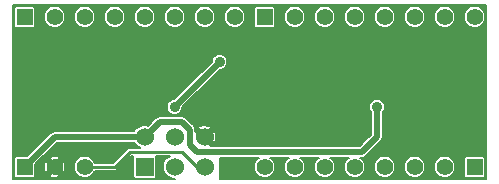
<source format=gbl>
G04 (created by PCBNEW (2013-june-11)-stable) date Sun 26 Jan 2014 09:58:44 PM PST*
%MOIN*%
G04 Gerber Fmt 3.4, Leading zero omitted, Abs format*
%FSLAX34Y34*%
G01*
G70*
G90*
G04 APERTURE LIST*
%ADD10C,0.00590551*%
%ADD11C,0.02*%
%ADD12R,0.055X0.055*%
%ADD13C,0.055*%
%ADD14R,0.06X0.06*%
%ADD15C,0.06*%
%ADD16C,0.035*%
%ADD17C,0.02*%
%ADD18C,0.01*%
%ADD19C,0.006*%
G04 APERTURE END LIST*
G54D10*
G54D11*
X109600Y-45750D03*
X108800Y-47100D03*
X107300Y-47050D03*
X107050Y-46750D03*
X106800Y-46500D03*
X108100Y-47200D03*
X108350Y-45100D03*
X109450Y-45400D03*
X109550Y-46150D03*
X109200Y-45150D03*
X108400Y-46950D03*
X107700Y-47200D03*
X109150Y-46900D03*
X109450Y-46600D03*
X106700Y-45350D03*
X107650Y-45300D03*
X107300Y-45450D03*
X106950Y-45600D03*
X106350Y-45150D03*
X108900Y-44950D03*
X108000Y-45150D03*
G54D12*
X109500Y-49000D03*
G54D13*
X108500Y-49000D03*
X107500Y-49000D03*
X106500Y-49000D03*
X105500Y-49000D03*
X104500Y-49000D03*
X103500Y-49000D03*
X102500Y-49000D03*
G54D12*
X94500Y-44000D03*
G54D13*
X95500Y-44000D03*
X96500Y-44000D03*
X97500Y-44000D03*
X98500Y-44000D03*
X99500Y-44000D03*
X100500Y-44000D03*
X101500Y-44000D03*
G54D12*
X102500Y-44000D03*
G54D13*
X103500Y-44000D03*
X104500Y-44000D03*
X105500Y-44000D03*
X106500Y-44000D03*
X107500Y-44000D03*
X108500Y-44000D03*
X109500Y-44000D03*
G54D12*
X94500Y-49000D03*
G54D13*
X95500Y-49000D03*
X96500Y-49000D03*
G54D14*
X98500Y-49000D03*
G54D15*
X98500Y-48000D03*
X99500Y-49000D03*
X99500Y-48000D03*
X100500Y-49000D03*
X100500Y-48000D03*
G54D11*
X105950Y-45150D03*
G54D16*
X101000Y-45500D03*
X99500Y-47000D03*
X106250Y-47000D03*
G54D17*
X99500Y-47000D02*
X101000Y-45500D01*
G54D18*
X96500Y-49000D02*
X97500Y-49000D01*
X100250Y-49000D02*
X100500Y-49000D01*
X99750Y-48500D02*
X100250Y-49000D01*
X98000Y-48500D02*
X99750Y-48500D01*
X97500Y-49000D02*
X98000Y-48500D01*
G54D17*
X98500Y-48000D02*
X99000Y-47500D01*
X106250Y-48000D02*
X106250Y-47000D01*
X105750Y-48500D02*
X106250Y-48000D01*
X104750Y-48500D02*
X105750Y-48500D01*
X101000Y-48500D02*
X104750Y-48500D01*
X100250Y-48500D02*
X101000Y-48500D01*
X100000Y-48250D02*
X100250Y-48500D01*
X100000Y-47750D02*
X100000Y-48250D01*
X99750Y-47500D02*
X100000Y-47750D01*
X99000Y-47500D02*
X99750Y-47500D01*
X94500Y-49000D02*
X95500Y-48000D01*
X95500Y-48000D02*
X98500Y-48000D01*
G54D10*
G36*
X109890Y-49390D02*
X109865Y-49390D01*
X109865Y-49266D01*
X109865Y-48821D01*
X109865Y-43964D01*
X109851Y-43893D01*
X109823Y-43827D01*
X109784Y-43768D01*
X109733Y-43717D01*
X109674Y-43677D01*
X109608Y-43649D01*
X109538Y-43635D01*
X109466Y-43634D01*
X109396Y-43648D01*
X109330Y-43674D01*
X109270Y-43714D01*
X109219Y-43764D01*
X109178Y-43823D01*
X109150Y-43889D01*
X109135Y-43959D01*
X109134Y-44030D01*
X109147Y-44101D01*
X109173Y-44167D01*
X109212Y-44227D01*
X109262Y-44279D01*
X109321Y-44320D01*
X109386Y-44348D01*
X109456Y-44364D01*
X109528Y-44365D01*
X109598Y-44353D01*
X109665Y-44327D01*
X109725Y-44289D01*
X109777Y-44239D01*
X109818Y-44181D01*
X109848Y-44115D01*
X109863Y-44045D01*
X109865Y-43964D01*
X109865Y-48821D01*
X109865Y-48716D01*
X109861Y-48698D01*
X109854Y-48682D01*
X109845Y-48667D01*
X109832Y-48655D01*
X109818Y-48645D01*
X109801Y-48638D01*
X109784Y-48635D01*
X109766Y-48634D01*
X109216Y-48634D01*
X109198Y-48638D01*
X109182Y-48645D01*
X109167Y-48654D01*
X109155Y-48667D01*
X109145Y-48681D01*
X109138Y-48698D01*
X109135Y-48715D01*
X109134Y-48733D01*
X109134Y-49283D01*
X109138Y-49301D01*
X109145Y-49317D01*
X109154Y-49332D01*
X109167Y-49344D01*
X109181Y-49354D01*
X109198Y-49361D01*
X109215Y-49364D01*
X109233Y-49365D01*
X109783Y-49365D01*
X109801Y-49361D01*
X109817Y-49354D01*
X109832Y-49345D01*
X109844Y-49332D01*
X109854Y-49318D01*
X109861Y-49301D01*
X109864Y-49284D01*
X109865Y-49266D01*
X109865Y-49390D01*
X108865Y-49390D01*
X108865Y-48964D01*
X108865Y-43964D01*
X108851Y-43893D01*
X108823Y-43827D01*
X108784Y-43768D01*
X108733Y-43717D01*
X108674Y-43677D01*
X108608Y-43649D01*
X108538Y-43635D01*
X108466Y-43634D01*
X108396Y-43648D01*
X108330Y-43674D01*
X108270Y-43714D01*
X108219Y-43764D01*
X108178Y-43823D01*
X108150Y-43889D01*
X108135Y-43959D01*
X108134Y-44030D01*
X108147Y-44101D01*
X108173Y-44167D01*
X108212Y-44227D01*
X108262Y-44279D01*
X108321Y-44320D01*
X108386Y-44348D01*
X108456Y-44364D01*
X108528Y-44365D01*
X108598Y-44353D01*
X108665Y-44327D01*
X108725Y-44289D01*
X108777Y-44239D01*
X108818Y-44181D01*
X108848Y-44115D01*
X108863Y-44045D01*
X108865Y-43964D01*
X108865Y-48964D01*
X108851Y-48893D01*
X108823Y-48827D01*
X108784Y-48768D01*
X108733Y-48717D01*
X108674Y-48677D01*
X108608Y-48649D01*
X108538Y-48635D01*
X108466Y-48634D01*
X108396Y-48648D01*
X108330Y-48674D01*
X108270Y-48714D01*
X108219Y-48764D01*
X108178Y-48823D01*
X108150Y-48889D01*
X108135Y-48959D01*
X108134Y-49030D01*
X108147Y-49101D01*
X108173Y-49167D01*
X108212Y-49227D01*
X108262Y-49279D01*
X108321Y-49320D01*
X108386Y-49348D01*
X108456Y-49364D01*
X108528Y-49365D01*
X108598Y-49353D01*
X108665Y-49327D01*
X108725Y-49289D01*
X108777Y-49239D01*
X108818Y-49181D01*
X108848Y-49115D01*
X108863Y-49045D01*
X108865Y-48964D01*
X108865Y-49390D01*
X107865Y-49390D01*
X107865Y-48964D01*
X107865Y-43964D01*
X107851Y-43893D01*
X107823Y-43827D01*
X107784Y-43768D01*
X107733Y-43717D01*
X107674Y-43677D01*
X107608Y-43649D01*
X107538Y-43635D01*
X107466Y-43634D01*
X107396Y-43648D01*
X107330Y-43674D01*
X107270Y-43714D01*
X107219Y-43764D01*
X107178Y-43823D01*
X107150Y-43889D01*
X107135Y-43959D01*
X107134Y-44030D01*
X107147Y-44101D01*
X107173Y-44167D01*
X107212Y-44227D01*
X107262Y-44279D01*
X107321Y-44320D01*
X107386Y-44348D01*
X107456Y-44364D01*
X107528Y-44365D01*
X107598Y-44353D01*
X107665Y-44327D01*
X107725Y-44289D01*
X107777Y-44239D01*
X107818Y-44181D01*
X107848Y-44115D01*
X107863Y-44045D01*
X107865Y-43964D01*
X107865Y-48964D01*
X107851Y-48893D01*
X107823Y-48827D01*
X107784Y-48768D01*
X107733Y-48717D01*
X107674Y-48677D01*
X107608Y-48649D01*
X107538Y-48635D01*
X107466Y-48634D01*
X107396Y-48648D01*
X107330Y-48674D01*
X107270Y-48714D01*
X107219Y-48764D01*
X107178Y-48823D01*
X107150Y-48889D01*
X107135Y-48959D01*
X107134Y-49030D01*
X107147Y-49101D01*
X107173Y-49167D01*
X107212Y-49227D01*
X107262Y-49279D01*
X107321Y-49320D01*
X107386Y-49348D01*
X107456Y-49364D01*
X107528Y-49365D01*
X107598Y-49353D01*
X107665Y-49327D01*
X107725Y-49289D01*
X107777Y-49239D01*
X107818Y-49181D01*
X107848Y-49115D01*
X107863Y-49045D01*
X107865Y-48964D01*
X107865Y-49390D01*
X106865Y-49390D01*
X106865Y-48964D01*
X106865Y-43964D01*
X106851Y-43893D01*
X106823Y-43827D01*
X106784Y-43768D01*
X106733Y-43717D01*
X106674Y-43677D01*
X106608Y-43649D01*
X106538Y-43635D01*
X106466Y-43634D01*
X106396Y-43648D01*
X106330Y-43674D01*
X106270Y-43714D01*
X106219Y-43764D01*
X106178Y-43823D01*
X106150Y-43889D01*
X106135Y-43959D01*
X106134Y-44030D01*
X106147Y-44101D01*
X106173Y-44167D01*
X106212Y-44227D01*
X106262Y-44279D01*
X106321Y-44320D01*
X106386Y-44348D01*
X106456Y-44364D01*
X106528Y-44365D01*
X106598Y-44353D01*
X106665Y-44327D01*
X106725Y-44289D01*
X106777Y-44239D01*
X106818Y-44181D01*
X106848Y-44115D01*
X106863Y-44045D01*
X106865Y-43964D01*
X106865Y-48964D01*
X106851Y-48893D01*
X106823Y-48827D01*
X106784Y-48768D01*
X106733Y-48717D01*
X106674Y-48677D01*
X106608Y-48649D01*
X106538Y-48635D01*
X106466Y-48634D01*
X106396Y-48648D01*
X106330Y-48674D01*
X106270Y-48714D01*
X106219Y-48764D01*
X106178Y-48823D01*
X106150Y-48889D01*
X106135Y-48959D01*
X106134Y-49030D01*
X106147Y-49101D01*
X106173Y-49167D01*
X106212Y-49227D01*
X106262Y-49279D01*
X106321Y-49320D01*
X106386Y-49348D01*
X106456Y-49364D01*
X106528Y-49365D01*
X106598Y-49353D01*
X106665Y-49327D01*
X106725Y-49289D01*
X106777Y-49239D01*
X106818Y-49181D01*
X106848Y-49115D01*
X106863Y-49045D01*
X106865Y-48964D01*
X106865Y-49390D01*
X101000Y-49390D01*
X101000Y-48690D01*
X102307Y-48690D01*
X102270Y-48714D01*
X102219Y-48764D01*
X102178Y-48823D01*
X102150Y-48889D01*
X102135Y-48959D01*
X102134Y-49030D01*
X102147Y-49101D01*
X102173Y-49167D01*
X102212Y-49227D01*
X102262Y-49279D01*
X102321Y-49320D01*
X102386Y-49348D01*
X102456Y-49364D01*
X102528Y-49365D01*
X102598Y-49353D01*
X102665Y-49327D01*
X102725Y-49289D01*
X102777Y-49239D01*
X102818Y-49181D01*
X102848Y-49115D01*
X102863Y-49045D01*
X102865Y-48964D01*
X102851Y-48893D01*
X102823Y-48827D01*
X102784Y-48768D01*
X102733Y-48717D01*
X102693Y-48690D01*
X103307Y-48690D01*
X103270Y-48714D01*
X103219Y-48764D01*
X103178Y-48823D01*
X103150Y-48889D01*
X103135Y-48959D01*
X103134Y-49030D01*
X103147Y-49101D01*
X103173Y-49167D01*
X103212Y-49227D01*
X103262Y-49279D01*
X103321Y-49320D01*
X103386Y-49348D01*
X103456Y-49364D01*
X103528Y-49365D01*
X103598Y-49353D01*
X103665Y-49327D01*
X103725Y-49289D01*
X103777Y-49239D01*
X103818Y-49181D01*
X103848Y-49115D01*
X103863Y-49045D01*
X103865Y-48964D01*
X103851Y-48893D01*
X103823Y-48827D01*
X103784Y-48768D01*
X103733Y-48717D01*
X103693Y-48690D01*
X104307Y-48690D01*
X104270Y-48714D01*
X104219Y-48764D01*
X104178Y-48823D01*
X104150Y-48889D01*
X104135Y-48959D01*
X104134Y-49030D01*
X104147Y-49101D01*
X104173Y-49167D01*
X104212Y-49227D01*
X104262Y-49279D01*
X104321Y-49320D01*
X104386Y-49348D01*
X104456Y-49364D01*
X104528Y-49365D01*
X104598Y-49353D01*
X104665Y-49327D01*
X104725Y-49289D01*
X104777Y-49239D01*
X104818Y-49181D01*
X104848Y-49115D01*
X104863Y-49045D01*
X104865Y-48964D01*
X104851Y-48893D01*
X104823Y-48827D01*
X104784Y-48768D01*
X104733Y-48717D01*
X104693Y-48690D01*
X104750Y-48690D01*
X105307Y-48690D01*
X105270Y-48714D01*
X105219Y-48764D01*
X105178Y-48823D01*
X105150Y-48889D01*
X105135Y-48959D01*
X105134Y-49030D01*
X105147Y-49101D01*
X105173Y-49167D01*
X105212Y-49227D01*
X105262Y-49279D01*
X105321Y-49320D01*
X105386Y-49348D01*
X105456Y-49364D01*
X105528Y-49365D01*
X105598Y-49353D01*
X105665Y-49327D01*
X105725Y-49289D01*
X105777Y-49239D01*
X105818Y-49181D01*
X105848Y-49115D01*
X105863Y-49045D01*
X105865Y-48964D01*
X105851Y-48893D01*
X105823Y-48827D01*
X105784Y-48768D01*
X105733Y-48717D01*
X105693Y-48690D01*
X105750Y-48690D01*
X105767Y-48688D01*
X105784Y-48686D01*
X105785Y-48686D01*
X105786Y-48686D01*
X105803Y-48681D01*
X105820Y-48676D01*
X105821Y-48675D01*
X105822Y-48675D01*
X105837Y-48667D01*
X105853Y-48659D01*
X105854Y-48658D01*
X105855Y-48658D01*
X105868Y-48647D01*
X105882Y-48636D01*
X105883Y-48634D01*
X105883Y-48634D01*
X105883Y-48634D01*
X105884Y-48634D01*
X106384Y-48134D01*
X106395Y-48120D01*
X106406Y-48107D01*
X106407Y-48106D01*
X106407Y-48105D01*
X106416Y-48090D01*
X106424Y-48074D01*
X106424Y-48073D01*
X106425Y-48073D01*
X106430Y-48056D01*
X106435Y-48039D01*
X106435Y-48038D01*
X106436Y-48037D01*
X106438Y-48020D01*
X106439Y-48002D01*
X106439Y-48000D01*
X106439Y-48000D01*
X106439Y-48000D01*
X106440Y-48000D01*
X106440Y-47185D01*
X106451Y-47173D01*
X106481Y-47131D01*
X106502Y-47084D01*
X106514Y-47033D01*
X106515Y-46974D01*
X106504Y-46923D01*
X106485Y-46874D01*
X106456Y-46831D01*
X106419Y-46794D01*
X106376Y-46765D01*
X106328Y-46745D01*
X106277Y-46735D01*
X106225Y-46734D01*
X106174Y-46744D01*
X106126Y-46764D01*
X106083Y-46792D01*
X106046Y-46828D01*
X106016Y-46871D01*
X105996Y-46919D01*
X105985Y-46970D01*
X105984Y-47022D01*
X105994Y-47073D01*
X106013Y-47121D01*
X106041Y-47165D01*
X106060Y-47184D01*
X106060Y-47921D01*
X105865Y-48116D01*
X105865Y-43964D01*
X105851Y-43893D01*
X105823Y-43827D01*
X105784Y-43768D01*
X105733Y-43717D01*
X105674Y-43677D01*
X105608Y-43649D01*
X105538Y-43635D01*
X105466Y-43634D01*
X105396Y-43648D01*
X105330Y-43674D01*
X105270Y-43714D01*
X105219Y-43764D01*
X105178Y-43823D01*
X105150Y-43889D01*
X105135Y-43959D01*
X105134Y-44030D01*
X105147Y-44101D01*
X105173Y-44167D01*
X105212Y-44227D01*
X105262Y-44279D01*
X105321Y-44320D01*
X105386Y-44348D01*
X105456Y-44364D01*
X105528Y-44365D01*
X105598Y-44353D01*
X105665Y-44327D01*
X105725Y-44289D01*
X105777Y-44239D01*
X105818Y-44181D01*
X105848Y-44115D01*
X105863Y-44045D01*
X105865Y-43964D01*
X105865Y-48116D01*
X105671Y-48310D01*
X104865Y-48310D01*
X104865Y-43964D01*
X104851Y-43893D01*
X104823Y-43827D01*
X104784Y-43768D01*
X104733Y-43717D01*
X104674Y-43677D01*
X104608Y-43649D01*
X104538Y-43635D01*
X104466Y-43634D01*
X104396Y-43648D01*
X104330Y-43674D01*
X104270Y-43714D01*
X104219Y-43764D01*
X104178Y-43823D01*
X104150Y-43889D01*
X104135Y-43959D01*
X104134Y-44030D01*
X104147Y-44101D01*
X104173Y-44167D01*
X104212Y-44227D01*
X104262Y-44279D01*
X104321Y-44320D01*
X104386Y-44348D01*
X104456Y-44364D01*
X104528Y-44365D01*
X104598Y-44353D01*
X104665Y-44327D01*
X104725Y-44289D01*
X104777Y-44239D01*
X104818Y-44181D01*
X104848Y-44115D01*
X104863Y-44045D01*
X104865Y-43964D01*
X104865Y-48310D01*
X104750Y-48310D01*
X103865Y-48310D01*
X103865Y-43964D01*
X103851Y-43893D01*
X103823Y-43827D01*
X103784Y-43768D01*
X103733Y-43717D01*
X103674Y-43677D01*
X103608Y-43649D01*
X103538Y-43635D01*
X103466Y-43634D01*
X103396Y-43648D01*
X103330Y-43674D01*
X103270Y-43714D01*
X103219Y-43764D01*
X103178Y-43823D01*
X103150Y-43889D01*
X103135Y-43959D01*
X103134Y-44030D01*
X103147Y-44101D01*
X103173Y-44167D01*
X103212Y-44227D01*
X103262Y-44279D01*
X103321Y-44320D01*
X103386Y-44348D01*
X103456Y-44364D01*
X103528Y-44365D01*
X103598Y-44353D01*
X103665Y-44327D01*
X103725Y-44289D01*
X103777Y-44239D01*
X103818Y-44181D01*
X103848Y-44115D01*
X103863Y-44045D01*
X103865Y-43964D01*
X103865Y-48310D01*
X102865Y-48310D01*
X102865Y-44266D01*
X102865Y-43716D01*
X102861Y-43698D01*
X102854Y-43682D01*
X102845Y-43667D01*
X102832Y-43655D01*
X102818Y-43645D01*
X102801Y-43638D01*
X102784Y-43635D01*
X102766Y-43634D01*
X102216Y-43634D01*
X102198Y-43638D01*
X102182Y-43645D01*
X102167Y-43654D01*
X102155Y-43667D01*
X102145Y-43681D01*
X102138Y-43698D01*
X102135Y-43715D01*
X102134Y-43733D01*
X102134Y-44283D01*
X102138Y-44301D01*
X102145Y-44317D01*
X102154Y-44332D01*
X102167Y-44344D01*
X102181Y-44354D01*
X102198Y-44361D01*
X102215Y-44364D01*
X102233Y-44365D01*
X102783Y-44365D01*
X102801Y-44361D01*
X102817Y-44354D01*
X102832Y-44345D01*
X102844Y-44332D01*
X102854Y-44318D01*
X102861Y-44301D01*
X102864Y-44284D01*
X102865Y-44266D01*
X102865Y-48310D01*
X101865Y-48310D01*
X101865Y-43964D01*
X101851Y-43893D01*
X101823Y-43827D01*
X101784Y-43768D01*
X101733Y-43717D01*
X101674Y-43677D01*
X101608Y-43649D01*
X101538Y-43635D01*
X101466Y-43634D01*
X101396Y-43648D01*
X101330Y-43674D01*
X101270Y-43714D01*
X101219Y-43764D01*
X101178Y-43823D01*
X101150Y-43889D01*
X101135Y-43959D01*
X101134Y-44030D01*
X101147Y-44101D01*
X101173Y-44167D01*
X101212Y-44227D01*
X101262Y-44279D01*
X101321Y-44320D01*
X101386Y-44348D01*
X101456Y-44364D01*
X101528Y-44365D01*
X101598Y-44353D01*
X101665Y-44327D01*
X101725Y-44289D01*
X101777Y-44239D01*
X101818Y-44181D01*
X101848Y-44115D01*
X101863Y-44045D01*
X101865Y-43964D01*
X101865Y-48310D01*
X101265Y-48310D01*
X101265Y-45474D01*
X101254Y-45423D01*
X101235Y-45374D01*
X101206Y-45331D01*
X101169Y-45294D01*
X101126Y-45265D01*
X101078Y-45245D01*
X101027Y-45235D01*
X100975Y-45234D01*
X100924Y-45244D01*
X100876Y-45264D01*
X100865Y-45271D01*
X100865Y-43964D01*
X100851Y-43893D01*
X100823Y-43827D01*
X100784Y-43768D01*
X100733Y-43717D01*
X100674Y-43677D01*
X100608Y-43649D01*
X100538Y-43635D01*
X100466Y-43634D01*
X100396Y-43648D01*
X100330Y-43674D01*
X100270Y-43714D01*
X100219Y-43764D01*
X100178Y-43823D01*
X100150Y-43889D01*
X100135Y-43959D01*
X100134Y-44030D01*
X100147Y-44101D01*
X100173Y-44167D01*
X100212Y-44227D01*
X100262Y-44279D01*
X100321Y-44320D01*
X100386Y-44348D01*
X100456Y-44364D01*
X100528Y-44365D01*
X100598Y-44353D01*
X100665Y-44327D01*
X100725Y-44289D01*
X100777Y-44239D01*
X100818Y-44181D01*
X100848Y-44115D01*
X100863Y-44045D01*
X100865Y-43964D01*
X100865Y-45271D01*
X100833Y-45292D01*
X100796Y-45328D01*
X100766Y-45371D01*
X100746Y-45419D01*
X100735Y-45470D01*
X100735Y-45496D01*
X99865Y-46366D01*
X99865Y-43964D01*
X99851Y-43893D01*
X99823Y-43827D01*
X99784Y-43768D01*
X99733Y-43717D01*
X99674Y-43677D01*
X99608Y-43649D01*
X99538Y-43635D01*
X99466Y-43634D01*
X99396Y-43648D01*
X99330Y-43674D01*
X99270Y-43714D01*
X99219Y-43764D01*
X99178Y-43823D01*
X99150Y-43889D01*
X99135Y-43959D01*
X99134Y-44030D01*
X99147Y-44101D01*
X99173Y-44167D01*
X99212Y-44227D01*
X99262Y-44279D01*
X99321Y-44320D01*
X99386Y-44348D01*
X99456Y-44364D01*
X99528Y-44365D01*
X99598Y-44353D01*
X99665Y-44327D01*
X99725Y-44289D01*
X99777Y-44239D01*
X99818Y-44181D01*
X99848Y-44115D01*
X99863Y-44045D01*
X99865Y-43964D01*
X99865Y-46366D01*
X99496Y-46734D01*
X99475Y-46734D01*
X99424Y-46744D01*
X99376Y-46764D01*
X99333Y-46792D01*
X99296Y-46828D01*
X99266Y-46871D01*
X99246Y-46919D01*
X99235Y-46970D01*
X99234Y-47022D01*
X99244Y-47073D01*
X99263Y-47121D01*
X99291Y-47165D01*
X99327Y-47202D01*
X99370Y-47232D01*
X99417Y-47253D01*
X99468Y-47264D01*
X99520Y-47265D01*
X99571Y-47256D01*
X99620Y-47237D01*
X99663Y-47209D01*
X99701Y-47173D01*
X99731Y-47131D01*
X99752Y-47084D01*
X99764Y-47033D01*
X99764Y-47004D01*
X101003Y-45765D01*
X101020Y-45765D01*
X101071Y-45756D01*
X101120Y-45737D01*
X101163Y-45709D01*
X101201Y-45673D01*
X101231Y-45631D01*
X101252Y-45584D01*
X101264Y-45533D01*
X101265Y-45474D01*
X101265Y-48310D01*
X101000Y-48310D01*
X101000Y-47500D01*
X100018Y-47500D01*
X99884Y-47365D01*
X99870Y-47354D01*
X99857Y-47343D01*
X99856Y-47342D01*
X99855Y-47342D01*
X99840Y-47333D01*
X99824Y-47325D01*
X99823Y-47325D01*
X99823Y-47324D01*
X99806Y-47319D01*
X99789Y-47314D01*
X99788Y-47314D01*
X99787Y-47313D01*
X99770Y-47311D01*
X99752Y-47310D01*
X99750Y-47310D01*
X99750Y-47310D01*
X99750Y-47310D01*
X99750Y-47310D01*
X99000Y-47310D01*
X98982Y-47311D01*
X98965Y-47313D01*
X98964Y-47313D01*
X98963Y-47313D01*
X98946Y-47318D01*
X98929Y-47323D01*
X98928Y-47324D01*
X98927Y-47324D01*
X98912Y-47332D01*
X98896Y-47340D01*
X98895Y-47341D01*
X98894Y-47341D01*
X98881Y-47352D01*
X98867Y-47363D01*
X98866Y-47365D01*
X98866Y-47365D01*
X98866Y-47365D01*
X98865Y-47365D01*
X98865Y-47366D01*
X98865Y-43964D01*
X98851Y-43893D01*
X98823Y-43827D01*
X98784Y-43768D01*
X98733Y-43717D01*
X98674Y-43677D01*
X98608Y-43649D01*
X98538Y-43635D01*
X98466Y-43634D01*
X98396Y-43648D01*
X98330Y-43674D01*
X98270Y-43714D01*
X98219Y-43764D01*
X98178Y-43823D01*
X98150Y-43889D01*
X98135Y-43959D01*
X98134Y-44030D01*
X98147Y-44101D01*
X98173Y-44167D01*
X98212Y-44227D01*
X98262Y-44279D01*
X98321Y-44320D01*
X98386Y-44348D01*
X98456Y-44364D01*
X98528Y-44365D01*
X98598Y-44353D01*
X98665Y-44327D01*
X98725Y-44289D01*
X98777Y-44239D01*
X98818Y-44181D01*
X98848Y-44115D01*
X98863Y-44045D01*
X98865Y-43964D01*
X98865Y-47366D01*
X98731Y-47500D01*
X97865Y-47500D01*
X97865Y-43964D01*
X97851Y-43893D01*
X97823Y-43827D01*
X97784Y-43768D01*
X97733Y-43717D01*
X97674Y-43677D01*
X97608Y-43649D01*
X97538Y-43635D01*
X97466Y-43634D01*
X97396Y-43648D01*
X97330Y-43674D01*
X97270Y-43714D01*
X97219Y-43764D01*
X97178Y-43823D01*
X97150Y-43889D01*
X97135Y-43959D01*
X97134Y-44030D01*
X97147Y-44101D01*
X97173Y-44167D01*
X97212Y-44227D01*
X97262Y-44279D01*
X97321Y-44320D01*
X97386Y-44348D01*
X97456Y-44364D01*
X97528Y-44365D01*
X97598Y-44353D01*
X97665Y-44327D01*
X97725Y-44289D01*
X97777Y-44239D01*
X97818Y-44181D01*
X97848Y-44115D01*
X97863Y-44045D01*
X97865Y-43964D01*
X97865Y-47500D01*
X96865Y-47500D01*
X96865Y-43964D01*
X96851Y-43893D01*
X96823Y-43827D01*
X96784Y-43768D01*
X96733Y-43717D01*
X96674Y-43677D01*
X96608Y-43649D01*
X96538Y-43635D01*
X96466Y-43634D01*
X96396Y-43648D01*
X96330Y-43674D01*
X96270Y-43714D01*
X96219Y-43764D01*
X96178Y-43823D01*
X96150Y-43889D01*
X96135Y-43959D01*
X96134Y-44030D01*
X96147Y-44101D01*
X96173Y-44167D01*
X96212Y-44227D01*
X96262Y-44279D01*
X96321Y-44320D01*
X96386Y-44348D01*
X96456Y-44364D01*
X96528Y-44365D01*
X96598Y-44353D01*
X96665Y-44327D01*
X96725Y-44289D01*
X96777Y-44239D01*
X96818Y-44181D01*
X96848Y-44115D01*
X96863Y-44045D01*
X96865Y-43964D01*
X96865Y-47500D01*
X95865Y-47500D01*
X95865Y-43964D01*
X95851Y-43893D01*
X95823Y-43827D01*
X95784Y-43768D01*
X95733Y-43717D01*
X95674Y-43677D01*
X95608Y-43649D01*
X95538Y-43635D01*
X95466Y-43634D01*
X95396Y-43648D01*
X95330Y-43674D01*
X95270Y-43714D01*
X95219Y-43764D01*
X95178Y-43823D01*
X95150Y-43889D01*
X95135Y-43959D01*
X95134Y-44030D01*
X95147Y-44101D01*
X95173Y-44167D01*
X95212Y-44227D01*
X95262Y-44279D01*
X95321Y-44320D01*
X95386Y-44348D01*
X95456Y-44364D01*
X95528Y-44365D01*
X95598Y-44353D01*
X95665Y-44327D01*
X95725Y-44289D01*
X95777Y-44239D01*
X95818Y-44181D01*
X95848Y-44115D01*
X95863Y-44045D01*
X95865Y-43964D01*
X95865Y-47500D01*
X94865Y-47500D01*
X94865Y-44266D01*
X94865Y-43716D01*
X94861Y-43698D01*
X94854Y-43682D01*
X94845Y-43667D01*
X94832Y-43655D01*
X94818Y-43645D01*
X94801Y-43638D01*
X94784Y-43635D01*
X94766Y-43634D01*
X94216Y-43634D01*
X94198Y-43638D01*
X94182Y-43645D01*
X94167Y-43654D01*
X94155Y-43667D01*
X94145Y-43681D01*
X94138Y-43698D01*
X94135Y-43715D01*
X94134Y-43733D01*
X94134Y-44283D01*
X94138Y-44301D01*
X94145Y-44317D01*
X94154Y-44332D01*
X94167Y-44344D01*
X94181Y-44354D01*
X94198Y-44361D01*
X94215Y-44364D01*
X94233Y-44365D01*
X94783Y-44365D01*
X94801Y-44361D01*
X94817Y-44354D01*
X94832Y-44345D01*
X94844Y-44332D01*
X94854Y-44318D01*
X94861Y-44301D01*
X94864Y-44284D01*
X94865Y-44266D01*
X94865Y-47500D01*
X94109Y-47500D01*
X94109Y-43609D01*
X109890Y-43609D01*
X109890Y-49390D01*
X109890Y-49390D01*
G37*
G54D19*
X109890Y-49390D02*
X109865Y-49390D01*
X109865Y-49266D01*
X109865Y-48821D01*
X109865Y-43964D01*
X109851Y-43893D01*
X109823Y-43827D01*
X109784Y-43768D01*
X109733Y-43717D01*
X109674Y-43677D01*
X109608Y-43649D01*
X109538Y-43635D01*
X109466Y-43634D01*
X109396Y-43648D01*
X109330Y-43674D01*
X109270Y-43714D01*
X109219Y-43764D01*
X109178Y-43823D01*
X109150Y-43889D01*
X109135Y-43959D01*
X109134Y-44030D01*
X109147Y-44101D01*
X109173Y-44167D01*
X109212Y-44227D01*
X109262Y-44279D01*
X109321Y-44320D01*
X109386Y-44348D01*
X109456Y-44364D01*
X109528Y-44365D01*
X109598Y-44353D01*
X109665Y-44327D01*
X109725Y-44289D01*
X109777Y-44239D01*
X109818Y-44181D01*
X109848Y-44115D01*
X109863Y-44045D01*
X109865Y-43964D01*
X109865Y-48821D01*
X109865Y-48716D01*
X109861Y-48698D01*
X109854Y-48682D01*
X109845Y-48667D01*
X109832Y-48655D01*
X109818Y-48645D01*
X109801Y-48638D01*
X109784Y-48635D01*
X109766Y-48634D01*
X109216Y-48634D01*
X109198Y-48638D01*
X109182Y-48645D01*
X109167Y-48654D01*
X109155Y-48667D01*
X109145Y-48681D01*
X109138Y-48698D01*
X109135Y-48715D01*
X109134Y-48733D01*
X109134Y-49283D01*
X109138Y-49301D01*
X109145Y-49317D01*
X109154Y-49332D01*
X109167Y-49344D01*
X109181Y-49354D01*
X109198Y-49361D01*
X109215Y-49364D01*
X109233Y-49365D01*
X109783Y-49365D01*
X109801Y-49361D01*
X109817Y-49354D01*
X109832Y-49345D01*
X109844Y-49332D01*
X109854Y-49318D01*
X109861Y-49301D01*
X109864Y-49284D01*
X109865Y-49266D01*
X109865Y-49390D01*
X108865Y-49390D01*
X108865Y-48964D01*
X108865Y-43964D01*
X108851Y-43893D01*
X108823Y-43827D01*
X108784Y-43768D01*
X108733Y-43717D01*
X108674Y-43677D01*
X108608Y-43649D01*
X108538Y-43635D01*
X108466Y-43634D01*
X108396Y-43648D01*
X108330Y-43674D01*
X108270Y-43714D01*
X108219Y-43764D01*
X108178Y-43823D01*
X108150Y-43889D01*
X108135Y-43959D01*
X108134Y-44030D01*
X108147Y-44101D01*
X108173Y-44167D01*
X108212Y-44227D01*
X108262Y-44279D01*
X108321Y-44320D01*
X108386Y-44348D01*
X108456Y-44364D01*
X108528Y-44365D01*
X108598Y-44353D01*
X108665Y-44327D01*
X108725Y-44289D01*
X108777Y-44239D01*
X108818Y-44181D01*
X108848Y-44115D01*
X108863Y-44045D01*
X108865Y-43964D01*
X108865Y-48964D01*
X108851Y-48893D01*
X108823Y-48827D01*
X108784Y-48768D01*
X108733Y-48717D01*
X108674Y-48677D01*
X108608Y-48649D01*
X108538Y-48635D01*
X108466Y-48634D01*
X108396Y-48648D01*
X108330Y-48674D01*
X108270Y-48714D01*
X108219Y-48764D01*
X108178Y-48823D01*
X108150Y-48889D01*
X108135Y-48959D01*
X108134Y-49030D01*
X108147Y-49101D01*
X108173Y-49167D01*
X108212Y-49227D01*
X108262Y-49279D01*
X108321Y-49320D01*
X108386Y-49348D01*
X108456Y-49364D01*
X108528Y-49365D01*
X108598Y-49353D01*
X108665Y-49327D01*
X108725Y-49289D01*
X108777Y-49239D01*
X108818Y-49181D01*
X108848Y-49115D01*
X108863Y-49045D01*
X108865Y-48964D01*
X108865Y-49390D01*
X107865Y-49390D01*
X107865Y-48964D01*
X107865Y-43964D01*
X107851Y-43893D01*
X107823Y-43827D01*
X107784Y-43768D01*
X107733Y-43717D01*
X107674Y-43677D01*
X107608Y-43649D01*
X107538Y-43635D01*
X107466Y-43634D01*
X107396Y-43648D01*
X107330Y-43674D01*
X107270Y-43714D01*
X107219Y-43764D01*
X107178Y-43823D01*
X107150Y-43889D01*
X107135Y-43959D01*
X107134Y-44030D01*
X107147Y-44101D01*
X107173Y-44167D01*
X107212Y-44227D01*
X107262Y-44279D01*
X107321Y-44320D01*
X107386Y-44348D01*
X107456Y-44364D01*
X107528Y-44365D01*
X107598Y-44353D01*
X107665Y-44327D01*
X107725Y-44289D01*
X107777Y-44239D01*
X107818Y-44181D01*
X107848Y-44115D01*
X107863Y-44045D01*
X107865Y-43964D01*
X107865Y-48964D01*
X107851Y-48893D01*
X107823Y-48827D01*
X107784Y-48768D01*
X107733Y-48717D01*
X107674Y-48677D01*
X107608Y-48649D01*
X107538Y-48635D01*
X107466Y-48634D01*
X107396Y-48648D01*
X107330Y-48674D01*
X107270Y-48714D01*
X107219Y-48764D01*
X107178Y-48823D01*
X107150Y-48889D01*
X107135Y-48959D01*
X107134Y-49030D01*
X107147Y-49101D01*
X107173Y-49167D01*
X107212Y-49227D01*
X107262Y-49279D01*
X107321Y-49320D01*
X107386Y-49348D01*
X107456Y-49364D01*
X107528Y-49365D01*
X107598Y-49353D01*
X107665Y-49327D01*
X107725Y-49289D01*
X107777Y-49239D01*
X107818Y-49181D01*
X107848Y-49115D01*
X107863Y-49045D01*
X107865Y-48964D01*
X107865Y-49390D01*
X106865Y-49390D01*
X106865Y-48964D01*
X106865Y-43964D01*
X106851Y-43893D01*
X106823Y-43827D01*
X106784Y-43768D01*
X106733Y-43717D01*
X106674Y-43677D01*
X106608Y-43649D01*
X106538Y-43635D01*
X106466Y-43634D01*
X106396Y-43648D01*
X106330Y-43674D01*
X106270Y-43714D01*
X106219Y-43764D01*
X106178Y-43823D01*
X106150Y-43889D01*
X106135Y-43959D01*
X106134Y-44030D01*
X106147Y-44101D01*
X106173Y-44167D01*
X106212Y-44227D01*
X106262Y-44279D01*
X106321Y-44320D01*
X106386Y-44348D01*
X106456Y-44364D01*
X106528Y-44365D01*
X106598Y-44353D01*
X106665Y-44327D01*
X106725Y-44289D01*
X106777Y-44239D01*
X106818Y-44181D01*
X106848Y-44115D01*
X106863Y-44045D01*
X106865Y-43964D01*
X106865Y-48964D01*
X106851Y-48893D01*
X106823Y-48827D01*
X106784Y-48768D01*
X106733Y-48717D01*
X106674Y-48677D01*
X106608Y-48649D01*
X106538Y-48635D01*
X106466Y-48634D01*
X106396Y-48648D01*
X106330Y-48674D01*
X106270Y-48714D01*
X106219Y-48764D01*
X106178Y-48823D01*
X106150Y-48889D01*
X106135Y-48959D01*
X106134Y-49030D01*
X106147Y-49101D01*
X106173Y-49167D01*
X106212Y-49227D01*
X106262Y-49279D01*
X106321Y-49320D01*
X106386Y-49348D01*
X106456Y-49364D01*
X106528Y-49365D01*
X106598Y-49353D01*
X106665Y-49327D01*
X106725Y-49289D01*
X106777Y-49239D01*
X106818Y-49181D01*
X106848Y-49115D01*
X106863Y-49045D01*
X106865Y-48964D01*
X106865Y-49390D01*
X101000Y-49390D01*
X101000Y-48690D01*
X102307Y-48690D01*
X102270Y-48714D01*
X102219Y-48764D01*
X102178Y-48823D01*
X102150Y-48889D01*
X102135Y-48959D01*
X102134Y-49030D01*
X102147Y-49101D01*
X102173Y-49167D01*
X102212Y-49227D01*
X102262Y-49279D01*
X102321Y-49320D01*
X102386Y-49348D01*
X102456Y-49364D01*
X102528Y-49365D01*
X102598Y-49353D01*
X102665Y-49327D01*
X102725Y-49289D01*
X102777Y-49239D01*
X102818Y-49181D01*
X102848Y-49115D01*
X102863Y-49045D01*
X102865Y-48964D01*
X102851Y-48893D01*
X102823Y-48827D01*
X102784Y-48768D01*
X102733Y-48717D01*
X102693Y-48690D01*
X103307Y-48690D01*
X103270Y-48714D01*
X103219Y-48764D01*
X103178Y-48823D01*
X103150Y-48889D01*
X103135Y-48959D01*
X103134Y-49030D01*
X103147Y-49101D01*
X103173Y-49167D01*
X103212Y-49227D01*
X103262Y-49279D01*
X103321Y-49320D01*
X103386Y-49348D01*
X103456Y-49364D01*
X103528Y-49365D01*
X103598Y-49353D01*
X103665Y-49327D01*
X103725Y-49289D01*
X103777Y-49239D01*
X103818Y-49181D01*
X103848Y-49115D01*
X103863Y-49045D01*
X103865Y-48964D01*
X103851Y-48893D01*
X103823Y-48827D01*
X103784Y-48768D01*
X103733Y-48717D01*
X103693Y-48690D01*
X104307Y-48690D01*
X104270Y-48714D01*
X104219Y-48764D01*
X104178Y-48823D01*
X104150Y-48889D01*
X104135Y-48959D01*
X104134Y-49030D01*
X104147Y-49101D01*
X104173Y-49167D01*
X104212Y-49227D01*
X104262Y-49279D01*
X104321Y-49320D01*
X104386Y-49348D01*
X104456Y-49364D01*
X104528Y-49365D01*
X104598Y-49353D01*
X104665Y-49327D01*
X104725Y-49289D01*
X104777Y-49239D01*
X104818Y-49181D01*
X104848Y-49115D01*
X104863Y-49045D01*
X104865Y-48964D01*
X104851Y-48893D01*
X104823Y-48827D01*
X104784Y-48768D01*
X104733Y-48717D01*
X104693Y-48690D01*
X104750Y-48690D01*
X105307Y-48690D01*
X105270Y-48714D01*
X105219Y-48764D01*
X105178Y-48823D01*
X105150Y-48889D01*
X105135Y-48959D01*
X105134Y-49030D01*
X105147Y-49101D01*
X105173Y-49167D01*
X105212Y-49227D01*
X105262Y-49279D01*
X105321Y-49320D01*
X105386Y-49348D01*
X105456Y-49364D01*
X105528Y-49365D01*
X105598Y-49353D01*
X105665Y-49327D01*
X105725Y-49289D01*
X105777Y-49239D01*
X105818Y-49181D01*
X105848Y-49115D01*
X105863Y-49045D01*
X105865Y-48964D01*
X105851Y-48893D01*
X105823Y-48827D01*
X105784Y-48768D01*
X105733Y-48717D01*
X105693Y-48690D01*
X105750Y-48690D01*
X105767Y-48688D01*
X105784Y-48686D01*
X105785Y-48686D01*
X105786Y-48686D01*
X105803Y-48681D01*
X105820Y-48676D01*
X105821Y-48675D01*
X105822Y-48675D01*
X105837Y-48667D01*
X105853Y-48659D01*
X105854Y-48658D01*
X105855Y-48658D01*
X105868Y-48647D01*
X105882Y-48636D01*
X105883Y-48634D01*
X105883Y-48634D01*
X105883Y-48634D01*
X105884Y-48634D01*
X106384Y-48134D01*
X106395Y-48120D01*
X106406Y-48107D01*
X106407Y-48106D01*
X106407Y-48105D01*
X106416Y-48090D01*
X106424Y-48074D01*
X106424Y-48073D01*
X106425Y-48073D01*
X106430Y-48056D01*
X106435Y-48039D01*
X106435Y-48038D01*
X106436Y-48037D01*
X106438Y-48020D01*
X106439Y-48002D01*
X106439Y-48000D01*
X106439Y-48000D01*
X106439Y-48000D01*
X106440Y-48000D01*
X106440Y-47185D01*
X106451Y-47173D01*
X106481Y-47131D01*
X106502Y-47084D01*
X106514Y-47033D01*
X106515Y-46974D01*
X106504Y-46923D01*
X106485Y-46874D01*
X106456Y-46831D01*
X106419Y-46794D01*
X106376Y-46765D01*
X106328Y-46745D01*
X106277Y-46735D01*
X106225Y-46734D01*
X106174Y-46744D01*
X106126Y-46764D01*
X106083Y-46792D01*
X106046Y-46828D01*
X106016Y-46871D01*
X105996Y-46919D01*
X105985Y-46970D01*
X105984Y-47022D01*
X105994Y-47073D01*
X106013Y-47121D01*
X106041Y-47165D01*
X106060Y-47184D01*
X106060Y-47921D01*
X105865Y-48116D01*
X105865Y-43964D01*
X105851Y-43893D01*
X105823Y-43827D01*
X105784Y-43768D01*
X105733Y-43717D01*
X105674Y-43677D01*
X105608Y-43649D01*
X105538Y-43635D01*
X105466Y-43634D01*
X105396Y-43648D01*
X105330Y-43674D01*
X105270Y-43714D01*
X105219Y-43764D01*
X105178Y-43823D01*
X105150Y-43889D01*
X105135Y-43959D01*
X105134Y-44030D01*
X105147Y-44101D01*
X105173Y-44167D01*
X105212Y-44227D01*
X105262Y-44279D01*
X105321Y-44320D01*
X105386Y-44348D01*
X105456Y-44364D01*
X105528Y-44365D01*
X105598Y-44353D01*
X105665Y-44327D01*
X105725Y-44289D01*
X105777Y-44239D01*
X105818Y-44181D01*
X105848Y-44115D01*
X105863Y-44045D01*
X105865Y-43964D01*
X105865Y-48116D01*
X105671Y-48310D01*
X104865Y-48310D01*
X104865Y-43964D01*
X104851Y-43893D01*
X104823Y-43827D01*
X104784Y-43768D01*
X104733Y-43717D01*
X104674Y-43677D01*
X104608Y-43649D01*
X104538Y-43635D01*
X104466Y-43634D01*
X104396Y-43648D01*
X104330Y-43674D01*
X104270Y-43714D01*
X104219Y-43764D01*
X104178Y-43823D01*
X104150Y-43889D01*
X104135Y-43959D01*
X104134Y-44030D01*
X104147Y-44101D01*
X104173Y-44167D01*
X104212Y-44227D01*
X104262Y-44279D01*
X104321Y-44320D01*
X104386Y-44348D01*
X104456Y-44364D01*
X104528Y-44365D01*
X104598Y-44353D01*
X104665Y-44327D01*
X104725Y-44289D01*
X104777Y-44239D01*
X104818Y-44181D01*
X104848Y-44115D01*
X104863Y-44045D01*
X104865Y-43964D01*
X104865Y-48310D01*
X104750Y-48310D01*
X103865Y-48310D01*
X103865Y-43964D01*
X103851Y-43893D01*
X103823Y-43827D01*
X103784Y-43768D01*
X103733Y-43717D01*
X103674Y-43677D01*
X103608Y-43649D01*
X103538Y-43635D01*
X103466Y-43634D01*
X103396Y-43648D01*
X103330Y-43674D01*
X103270Y-43714D01*
X103219Y-43764D01*
X103178Y-43823D01*
X103150Y-43889D01*
X103135Y-43959D01*
X103134Y-44030D01*
X103147Y-44101D01*
X103173Y-44167D01*
X103212Y-44227D01*
X103262Y-44279D01*
X103321Y-44320D01*
X103386Y-44348D01*
X103456Y-44364D01*
X103528Y-44365D01*
X103598Y-44353D01*
X103665Y-44327D01*
X103725Y-44289D01*
X103777Y-44239D01*
X103818Y-44181D01*
X103848Y-44115D01*
X103863Y-44045D01*
X103865Y-43964D01*
X103865Y-48310D01*
X102865Y-48310D01*
X102865Y-44266D01*
X102865Y-43716D01*
X102861Y-43698D01*
X102854Y-43682D01*
X102845Y-43667D01*
X102832Y-43655D01*
X102818Y-43645D01*
X102801Y-43638D01*
X102784Y-43635D01*
X102766Y-43634D01*
X102216Y-43634D01*
X102198Y-43638D01*
X102182Y-43645D01*
X102167Y-43654D01*
X102155Y-43667D01*
X102145Y-43681D01*
X102138Y-43698D01*
X102135Y-43715D01*
X102134Y-43733D01*
X102134Y-44283D01*
X102138Y-44301D01*
X102145Y-44317D01*
X102154Y-44332D01*
X102167Y-44344D01*
X102181Y-44354D01*
X102198Y-44361D01*
X102215Y-44364D01*
X102233Y-44365D01*
X102783Y-44365D01*
X102801Y-44361D01*
X102817Y-44354D01*
X102832Y-44345D01*
X102844Y-44332D01*
X102854Y-44318D01*
X102861Y-44301D01*
X102864Y-44284D01*
X102865Y-44266D01*
X102865Y-48310D01*
X101865Y-48310D01*
X101865Y-43964D01*
X101851Y-43893D01*
X101823Y-43827D01*
X101784Y-43768D01*
X101733Y-43717D01*
X101674Y-43677D01*
X101608Y-43649D01*
X101538Y-43635D01*
X101466Y-43634D01*
X101396Y-43648D01*
X101330Y-43674D01*
X101270Y-43714D01*
X101219Y-43764D01*
X101178Y-43823D01*
X101150Y-43889D01*
X101135Y-43959D01*
X101134Y-44030D01*
X101147Y-44101D01*
X101173Y-44167D01*
X101212Y-44227D01*
X101262Y-44279D01*
X101321Y-44320D01*
X101386Y-44348D01*
X101456Y-44364D01*
X101528Y-44365D01*
X101598Y-44353D01*
X101665Y-44327D01*
X101725Y-44289D01*
X101777Y-44239D01*
X101818Y-44181D01*
X101848Y-44115D01*
X101863Y-44045D01*
X101865Y-43964D01*
X101865Y-48310D01*
X101265Y-48310D01*
X101265Y-45474D01*
X101254Y-45423D01*
X101235Y-45374D01*
X101206Y-45331D01*
X101169Y-45294D01*
X101126Y-45265D01*
X101078Y-45245D01*
X101027Y-45235D01*
X100975Y-45234D01*
X100924Y-45244D01*
X100876Y-45264D01*
X100865Y-45271D01*
X100865Y-43964D01*
X100851Y-43893D01*
X100823Y-43827D01*
X100784Y-43768D01*
X100733Y-43717D01*
X100674Y-43677D01*
X100608Y-43649D01*
X100538Y-43635D01*
X100466Y-43634D01*
X100396Y-43648D01*
X100330Y-43674D01*
X100270Y-43714D01*
X100219Y-43764D01*
X100178Y-43823D01*
X100150Y-43889D01*
X100135Y-43959D01*
X100134Y-44030D01*
X100147Y-44101D01*
X100173Y-44167D01*
X100212Y-44227D01*
X100262Y-44279D01*
X100321Y-44320D01*
X100386Y-44348D01*
X100456Y-44364D01*
X100528Y-44365D01*
X100598Y-44353D01*
X100665Y-44327D01*
X100725Y-44289D01*
X100777Y-44239D01*
X100818Y-44181D01*
X100848Y-44115D01*
X100863Y-44045D01*
X100865Y-43964D01*
X100865Y-45271D01*
X100833Y-45292D01*
X100796Y-45328D01*
X100766Y-45371D01*
X100746Y-45419D01*
X100735Y-45470D01*
X100735Y-45496D01*
X99865Y-46366D01*
X99865Y-43964D01*
X99851Y-43893D01*
X99823Y-43827D01*
X99784Y-43768D01*
X99733Y-43717D01*
X99674Y-43677D01*
X99608Y-43649D01*
X99538Y-43635D01*
X99466Y-43634D01*
X99396Y-43648D01*
X99330Y-43674D01*
X99270Y-43714D01*
X99219Y-43764D01*
X99178Y-43823D01*
X99150Y-43889D01*
X99135Y-43959D01*
X99134Y-44030D01*
X99147Y-44101D01*
X99173Y-44167D01*
X99212Y-44227D01*
X99262Y-44279D01*
X99321Y-44320D01*
X99386Y-44348D01*
X99456Y-44364D01*
X99528Y-44365D01*
X99598Y-44353D01*
X99665Y-44327D01*
X99725Y-44289D01*
X99777Y-44239D01*
X99818Y-44181D01*
X99848Y-44115D01*
X99863Y-44045D01*
X99865Y-43964D01*
X99865Y-46366D01*
X99496Y-46734D01*
X99475Y-46734D01*
X99424Y-46744D01*
X99376Y-46764D01*
X99333Y-46792D01*
X99296Y-46828D01*
X99266Y-46871D01*
X99246Y-46919D01*
X99235Y-46970D01*
X99234Y-47022D01*
X99244Y-47073D01*
X99263Y-47121D01*
X99291Y-47165D01*
X99327Y-47202D01*
X99370Y-47232D01*
X99417Y-47253D01*
X99468Y-47264D01*
X99520Y-47265D01*
X99571Y-47256D01*
X99620Y-47237D01*
X99663Y-47209D01*
X99701Y-47173D01*
X99731Y-47131D01*
X99752Y-47084D01*
X99764Y-47033D01*
X99764Y-47004D01*
X101003Y-45765D01*
X101020Y-45765D01*
X101071Y-45756D01*
X101120Y-45737D01*
X101163Y-45709D01*
X101201Y-45673D01*
X101231Y-45631D01*
X101252Y-45584D01*
X101264Y-45533D01*
X101265Y-45474D01*
X101265Y-48310D01*
X101000Y-48310D01*
X101000Y-47500D01*
X100018Y-47500D01*
X99884Y-47365D01*
X99870Y-47354D01*
X99857Y-47343D01*
X99856Y-47342D01*
X99855Y-47342D01*
X99840Y-47333D01*
X99824Y-47325D01*
X99823Y-47325D01*
X99823Y-47324D01*
X99806Y-47319D01*
X99789Y-47314D01*
X99788Y-47314D01*
X99787Y-47313D01*
X99770Y-47311D01*
X99752Y-47310D01*
X99750Y-47310D01*
X99750Y-47310D01*
X99750Y-47310D01*
X99750Y-47310D01*
X99000Y-47310D01*
X98982Y-47311D01*
X98965Y-47313D01*
X98964Y-47313D01*
X98963Y-47313D01*
X98946Y-47318D01*
X98929Y-47323D01*
X98928Y-47324D01*
X98927Y-47324D01*
X98912Y-47332D01*
X98896Y-47340D01*
X98895Y-47341D01*
X98894Y-47341D01*
X98881Y-47352D01*
X98867Y-47363D01*
X98866Y-47365D01*
X98866Y-47365D01*
X98866Y-47365D01*
X98865Y-47365D01*
X98865Y-47366D01*
X98865Y-43964D01*
X98851Y-43893D01*
X98823Y-43827D01*
X98784Y-43768D01*
X98733Y-43717D01*
X98674Y-43677D01*
X98608Y-43649D01*
X98538Y-43635D01*
X98466Y-43634D01*
X98396Y-43648D01*
X98330Y-43674D01*
X98270Y-43714D01*
X98219Y-43764D01*
X98178Y-43823D01*
X98150Y-43889D01*
X98135Y-43959D01*
X98134Y-44030D01*
X98147Y-44101D01*
X98173Y-44167D01*
X98212Y-44227D01*
X98262Y-44279D01*
X98321Y-44320D01*
X98386Y-44348D01*
X98456Y-44364D01*
X98528Y-44365D01*
X98598Y-44353D01*
X98665Y-44327D01*
X98725Y-44289D01*
X98777Y-44239D01*
X98818Y-44181D01*
X98848Y-44115D01*
X98863Y-44045D01*
X98865Y-43964D01*
X98865Y-47366D01*
X98731Y-47500D01*
X97865Y-47500D01*
X97865Y-43964D01*
X97851Y-43893D01*
X97823Y-43827D01*
X97784Y-43768D01*
X97733Y-43717D01*
X97674Y-43677D01*
X97608Y-43649D01*
X97538Y-43635D01*
X97466Y-43634D01*
X97396Y-43648D01*
X97330Y-43674D01*
X97270Y-43714D01*
X97219Y-43764D01*
X97178Y-43823D01*
X97150Y-43889D01*
X97135Y-43959D01*
X97134Y-44030D01*
X97147Y-44101D01*
X97173Y-44167D01*
X97212Y-44227D01*
X97262Y-44279D01*
X97321Y-44320D01*
X97386Y-44348D01*
X97456Y-44364D01*
X97528Y-44365D01*
X97598Y-44353D01*
X97665Y-44327D01*
X97725Y-44289D01*
X97777Y-44239D01*
X97818Y-44181D01*
X97848Y-44115D01*
X97863Y-44045D01*
X97865Y-43964D01*
X97865Y-47500D01*
X96865Y-47500D01*
X96865Y-43964D01*
X96851Y-43893D01*
X96823Y-43827D01*
X96784Y-43768D01*
X96733Y-43717D01*
X96674Y-43677D01*
X96608Y-43649D01*
X96538Y-43635D01*
X96466Y-43634D01*
X96396Y-43648D01*
X96330Y-43674D01*
X96270Y-43714D01*
X96219Y-43764D01*
X96178Y-43823D01*
X96150Y-43889D01*
X96135Y-43959D01*
X96134Y-44030D01*
X96147Y-44101D01*
X96173Y-44167D01*
X96212Y-44227D01*
X96262Y-44279D01*
X96321Y-44320D01*
X96386Y-44348D01*
X96456Y-44364D01*
X96528Y-44365D01*
X96598Y-44353D01*
X96665Y-44327D01*
X96725Y-44289D01*
X96777Y-44239D01*
X96818Y-44181D01*
X96848Y-44115D01*
X96863Y-44045D01*
X96865Y-43964D01*
X96865Y-47500D01*
X95865Y-47500D01*
X95865Y-43964D01*
X95851Y-43893D01*
X95823Y-43827D01*
X95784Y-43768D01*
X95733Y-43717D01*
X95674Y-43677D01*
X95608Y-43649D01*
X95538Y-43635D01*
X95466Y-43634D01*
X95396Y-43648D01*
X95330Y-43674D01*
X95270Y-43714D01*
X95219Y-43764D01*
X95178Y-43823D01*
X95150Y-43889D01*
X95135Y-43959D01*
X95134Y-44030D01*
X95147Y-44101D01*
X95173Y-44167D01*
X95212Y-44227D01*
X95262Y-44279D01*
X95321Y-44320D01*
X95386Y-44348D01*
X95456Y-44364D01*
X95528Y-44365D01*
X95598Y-44353D01*
X95665Y-44327D01*
X95725Y-44289D01*
X95777Y-44239D01*
X95818Y-44181D01*
X95848Y-44115D01*
X95863Y-44045D01*
X95865Y-43964D01*
X95865Y-47500D01*
X94865Y-47500D01*
X94865Y-44266D01*
X94865Y-43716D01*
X94861Y-43698D01*
X94854Y-43682D01*
X94845Y-43667D01*
X94832Y-43655D01*
X94818Y-43645D01*
X94801Y-43638D01*
X94784Y-43635D01*
X94766Y-43634D01*
X94216Y-43634D01*
X94198Y-43638D01*
X94182Y-43645D01*
X94167Y-43654D01*
X94155Y-43667D01*
X94145Y-43681D01*
X94138Y-43698D01*
X94135Y-43715D01*
X94134Y-43733D01*
X94134Y-44283D01*
X94138Y-44301D01*
X94145Y-44317D01*
X94154Y-44332D01*
X94167Y-44344D01*
X94181Y-44354D01*
X94198Y-44361D01*
X94215Y-44364D01*
X94233Y-44365D01*
X94783Y-44365D01*
X94801Y-44361D01*
X94817Y-44354D01*
X94832Y-44345D01*
X94844Y-44332D01*
X94854Y-44318D01*
X94861Y-44301D01*
X94864Y-44284D01*
X94865Y-44266D01*
X94865Y-47500D01*
X94109Y-47500D01*
X94109Y-43609D01*
X109890Y-43609D01*
X109890Y-49390D01*
G54D10*
G36*
X99510Y-49390D02*
X95866Y-49390D01*
X95866Y-49016D01*
X95862Y-48945D01*
X95845Y-48875D01*
X95832Y-48845D01*
X95787Y-48811D01*
X95688Y-48910D01*
X95688Y-48712D01*
X95654Y-48667D01*
X95587Y-48643D01*
X95516Y-48633D01*
X95445Y-48637D01*
X95375Y-48654D01*
X95345Y-48667D01*
X95311Y-48712D01*
X95500Y-48901D01*
X95688Y-48712D01*
X95688Y-48910D01*
X95598Y-49000D01*
X95787Y-49188D01*
X95832Y-49154D01*
X95856Y-49087D01*
X95866Y-49016D01*
X95866Y-49390D01*
X95688Y-49390D01*
X95688Y-49287D01*
X95500Y-49098D01*
X95401Y-49197D01*
X95401Y-49000D01*
X95212Y-48811D01*
X95167Y-48845D01*
X95143Y-48912D01*
X95133Y-48983D01*
X95137Y-49054D01*
X95154Y-49124D01*
X95167Y-49154D01*
X95212Y-49188D01*
X95401Y-49000D01*
X95401Y-49197D01*
X95311Y-49287D01*
X95345Y-49332D01*
X95412Y-49356D01*
X95483Y-49366D01*
X95554Y-49362D01*
X95624Y-49345D01*
X95654Y-49332D01*
X95688Y-49287D01*
X95688Y-49390D01*
X94109Y-49390D01*
X94109Y-47530D01*
X98701Y-47530D01*
X98607Y-47623D01*
X98540Y-47610D01*
X98464Y-47609D01*
X98389Y-47624D01*
X98318Y-47652D01*
X98254Y-47694D01*
X98199Y-47748D01*
X98157Y-47810D01*
X95500Y-47810D01*
X95482Y-47811D01*
X95465Y-47813D01*
X95464Y-47813D01*
X95463Y-47813D01*
X95446Y-47818D01*
X95429Y-47823D01*
X95428Y-47824D01*
X95427Y-47824D01*
X95412Y-47832D01*
X95396Y-47840D01*
X95395Y-47841D01*
X95394Y-47841D01*
X95381Y-47852D01*
X95367Y-47863D01*
X95366Y-47865D01*
X95366Y-47865D01*
X95366Y-47865D01*
X95365Y-47865D01*
X94596Y-48634D01*
X94216Y-48634D01*
X94198Y-48638D01*
X94182Y-48645D01*
X94167Y-48654D01*
X94155Y-48667D01*
X94145Y-48681D01*
X94138Y-48698D01*
X94135Y-48715D01*
X94134Y-48733D01*
X94134Y-49283D01*
X94138Y-49301D01*
X94145Y-49317D01*
X94154Y-49332D01*
X94167Y-49344D01*
X94181Y-49354D01*
X94198Y-49361D01*
X94215Y-49364D01*
X94233Y-49365D01*
X94783Y-49365D01*
X94801Y-49361D01*
X94817Y-49354D01*
X94832Y-49345D01*
X94844Y-49332D01*
X94854Y-49318D01*
X94861Y-49301D01*
X94864Y-49284D01*
X94865Y-49266D01*
X94865Y-48903D01*
X95578Y-48190D01*
X98158Y-48190D01*
X98192Y-48243D01*
X98246Y-48298D01*
X98308Y-48342D01*
X98349Y-48360D01*
X98000Y-48360D01*
X97987Y-48361D01*
X97974Y-48362D01*
X97973Y-48362D01*
X97972Y-48362D01*
X97960Y-48366D01*
X97948Y-48370D01*
X97947Y-48370D01*
X97946Y-48370D01*
X97935Y-48376D01*
X97923Y-48382D01*
X97923Y-48383D01*
X97922Y-48383D01*
X97912Y-48391D01*
X97902Y-48399D01*
X97901Y-48400D01*
X97901Y-48400D01*
X97901Y-48400D01*
X97901Y-48401D01*
X97442Y-48860D01*
X96837Y-48860D01*
X96823Y-48827D01*
X96784Y-48768D01*
X96733Y-48717D01*
X96674Y-48677D01*
X96608Y-48649D01*
X96538Y-48635D01*
X96466Y-48634D01*
X96396Y-48648D01*
X96330Y-48674D01*
X96270Y-48714D01*
X96219Y-48764D01*
X96178Y-48823D01*
X96150Y-48889D01*
X96135Y-48959D01*
X96134Y-49030D01*
X96147Y-49101D01*
X96173Y-49167D01*
X96212Y-49227D01*
X96262Y-49279D01*
X96321Y-49320D01*
X96386Y-49348D01*
X96456Y-49364D01*
X96528Y-49365D01*
X96598Y-49353D01*
X96665Y-49327D01*
X96725Y-49289D01*
X96777Y-49239D01*
X96818Y-49181D01*
X96837Y-49140D01*
X97500Y-49140D01*
X97512Y-49138D01*
X97525Y-49137D01*
X97526Y-49137D01*
X97527Y-49137D01*
X97539Y-49133D01*
X97551Y-49129D01*
X97552Y-49129D01*
X97553Y-49129D01*
X97564Y-49123D01*
X97576Y-49117D01*
X97576Y-49116D01*
X97577Y-49116D01*
X97587Y-49108D01*
X97597Y-49100D01*
X97598Y-49099D01*
X97598Y-49099D01*
X97598Y-49099D01*
X97598Y-49098D01*
X98057Y-48640D01*
X98132Y-48640D01*
X98130Y-48642D01*
X98120Y-48656D01*
X98113Y-48673D01*
X98110Y-48690D01*
X98109Y-48708D01*
X98109Y-49308D01*
X98113Y-49326D01*
X98120Y-49342D01*
X98129Y-49357D01*
X98142Y-49369D01*
X98156Y-49379D01*
X98173Y-49386D01*
X98190Y-49389D01*
X98208Y-49390D01*
X98808Y-49390D01*
X98826Y-49386D01*
X98842Y-49379D01*
X98857Y-49370D01*
X98869Y-49357D01*
X98879Y-49343D01*
X98886Y-49326D01*
X98889Y-49309D01*
X98890Y-49291D01*
X98890Y-48691D01*
X98886Y-48673D01*
X98879Y-48657D01*
X98870Y-48642D01*
X98867Y-48640D01*
X99349Y-48640D01*
X99318Y-48652D01*
X99254Y-48694D01*
X99199Y-48748D01*
X99156Y-48811D01*
X99126Y-48881D01*
X99110Y-48956D01*
X99109Y-49032D01*
X99123Y-49108D01*
X99151Y-49179D01*
X99192Y-49243D01*
X99246Y-49298D01*
X99308Y-49342D01*
X99378Y-49372D01*
X99453Y-49389D01*
X99510Y-49390D01*
X99510Y-49390D01*
G37*
G54D19*
X99510Y-49390D02*
X95866Y-49390D01*
X95866Y-49016D01*
X95862Y-48945D01*
X95845Y-48875D01*
X95832Y-48845D01*
X95787Y-48811D01*
X95688Y-48910D01*
X95688Y-48712D01*
X95654Y-48667D01*
X95587Y-48643D01*
X95516Y-48633D01*
X95445Y-48637D01*
X95375Y-48654D01*
X95345Y-48667D01*
X95311Y-48712D01*
X95500Y-48901D01*
X95688Y-48712D01*
X95688Y-48910D01*
X95598Y-49000D01*
X95787Y-49188D01*
X95832Y-49154D01*
X95856Y-49087D01*
X95866Y-49016D01*
X95866Y-49390D01*
X95688Y-49390D01*
X95688Y-49287D01*
X95500Y-49098D01*
X95401Y-49197D01*
X95401Y-49000D01*
X95212Y-48811D01*
X95167Y-48845D01*
X95143Y-48912D01*
X95133Y-48983D01*
X95137Y-49054D01*
X95154Y-49124D01*
X95167Y-49154D01*
X95212Y-49188D01*
X95401Y-49000D01*
X95401Y-49197D01*
X95311Y-49287D01*
X95345Y-49332D01*
X95412Y-49356D01*
X95483Y-49366D01*
X95554Y-49362D01*
X95624Y-49345D01*
X95654Y-49332D01*
X95688Y-49287D01*
X95688Y-49390D01*
X94109Y-49390D01*
X94109Y-47530D01*
X98701Y-47530D01*
X98607Y-47623D01*
X98540Y-47610D01*
X98464Y-47609D01*
X98389Y-47624D01*
X98318Y-47652D01*
X98254Y-47694D01*
X98199Y-47748D01*
X98157Y-47810D01*
X95500Y-47810D01*
X95482Y-47811D01*
X95465Y-47813D01*
X95464Y-47813D01*
X95463Y-47813D01*
X95446Y-47818D01*
X95429Y-47823D01*
X95428Y-47824D01*
X95427Y-47824D01*
X95412Y-47832D01*
X95396Y-47840D01*
X95395Y-47841D01*
X95394Y-47841D01*
X95381Y-47852D01*
X95367Y-47863D01*
X95366Y-47865D01*
X95366Y-47865D01*
X95366Y-47865D01*
X95365Y-47865D01*
X94596Y-48634D01*
X94216Y-48634D01*
X94198Y-48638D01*
X94182Y-48645D01*
X94167Y-48654D01*
X94155Y-48667D01*
X94145Y-48681D01*
X94138Y-48698D01*
X94135Y-48715D01*
X94134Y-48733D01*
X94134Y-49283D01*
X94138Y-49301D01*
X94145Y-49317D01*
X94154Y-49332D01*
X94167Y-49344D01*
X94181Y-49354D01*
X94198Y-49361D01*
X94215Y-49364D01*
X94233Y-49365D01*
X94783Y-49365D01*
X94801Y-49361D01*
X94817Y-49354D01*
X94832Y-49345D01*
X94844Y-49332D01*
X94854Y-49318D01*
X94861Y-49301D01*
X94864Y-49284D01*
X94865Y-49266D01*
X94865Y-48903D01*
X95578Y-48190D01*
X98158Y-48190D01*
X98192Y-48243D01*
X98246Y-48298D01*
X98308Y-48342D01*
X98349Y-48360D01*
X98000Y-48360D01*
X97987Y-48361D01*
X97974Y-48362D01*
X97973Y-48362D01*
X97972Y-48362D01*
X97960Y-48366D01*
X97948Y-48370D01*
X97947Y-48370D01*
X97946Y-48370D01*
X97935Y-48376D01*
X97923Y-48382D01*
X97923Y-48383D01*
X97922Y-48383D01*
X97912Y-48391D01*
X97902Y-48399D01*
X97901Y-48400D01*
X97901Y-48400D01*
X97901Y-48400D01*
X97901Y-48401D01*
X97442Y-48860D01*
X96837Y-48860D01*
X96823Y-48827D01*
X96784Y-48768D01*
X96733Y-48717D01*
X96674Y-48677D01*
X96608Y-48649D01*
X96538Y-48635D01*
X96466Y-48634D01*
X96396Y-48648D01*
X96330Y-48674D01*
X96270Y-48714D01*
X96219Y-48764D01*
X96178Y-48823D01*
X96150Y-48889D01*
X96135Y-48959D01*
X96134Y-49030D01*
X96147Y-49101D01*
X96173Y-49167D01*
X96212Y-49227D01*
X96262Y-49279D01*
X96321Y-49320D01*
X96386Y-49348D01*
X96456Y-49364D01*
X96528Y-49365D01*
X96598Y-49353D01*
X96665Y-49327D01*
X96725Y-49289D01*
X96777Y-49239D01*
X96818Y-49181D01*
X96837Y-49140D01*
X97500Y-49140D01*
X97512Y-49138D01*
X97525Y-49137D01*
X97526Y-49137D01*
X97527Y-49137D01*
X97539Y-49133D01*
X97551Y-49129D01*
X97552Y-49129D01*
X97553Y-49129D01*
X97564Y-49123D01*
X97576Y-49117D01*
X97576Y-49116D01*
X97577Y-49116D01*
X97587Y-49108D01*
X97597Y-49100D01*
X97598Y-49099D01*
X97598Y-49099D01*
X97598Y-49099D01*
X97598Y-49098D01*
X98057Y-48640D01*
X98132Y-48640D01*
X98130Y-48642D01*
X98120Y-48656D01*
X98113Y-48673D01*
X98110Y-48690D01*
X98109Y-48708D01*
X98109Y-49308D01*
X98113Y-49326D01*
X98120Y-49342D01*
X98129Y-49357D01*
X98142Y-49369D01*
X98156Y-49379D01*
X98173Y-49386D01*
X98190Y-49389D01*
X98208Y-49390D01*
X98808Y-49390D01*
X98826Y-49386D01*
X98842Y-49379D01*
X98857Y-49370D01*
X98869Y-49357D01*
X98879Y-49343D01*
X98886Y-49326D01*
X98889Y-49309D01*
X98890Y-49291D01*
X98890Y-48691D01*
X98886Y-48673D01*
X98879Y-48657D01*
X98870Y-48642D01*
X98867Y-48640D01*
X99349Y-48640D01*
X99318Y-48652D01*
X99254Y-48694D01*
X99199Y-48748D01*
X99156Y-48811D01*
X99126Y-48881D01*
X99110Y-48956D01*
X99109Y-49032D01*
X99123Y-49108D01*
X99151Y-49179D01*
X99192Y-49243D01*
X99246Y-49298D01*
X99308Y-49342D01*
X99378Y-49372D01*
X99453Y-49389D01*
X99510Y-49390D01*
G54D10*
G36*
X100970Y-48310D02*
X100891Y-48310D01*
X100891Y-48022D01*
X100888Y-47946D01*
X100870Y-47871D01*
X100853Y-47829D01*
X100805Y-47793D01*
X100706Y-47892D01*
X100706Y-47694D01*
X100670Y-47646D01*
X100598Y-47620D01*
X100522Y-47608D01*
X100446Y-47611D01*
X100371Y-47629D01*
X100329Y-47646D01*
X100293Y-47694D01*
X100500Y-47901D01*
X100706Y-47694D01*
X100706Y-47892D01*
X100598Y-48000D01*
X100805Y-48206D01*
X100853Y-48170D01*
X100879Y-48098D01*
X100891Y-48022D01*
X100891Y-48310D01*
X100703Y-48310D01*
X100706Y-48305D01*
X100500Y-48098D01*
X100494Y-48104D01*
X100395Y-48005D01*
X100401Y-48000D01*
X100194Y-47793D01*
X100190Y-47796D01*
X100190Y-47750D01*
X100188Y-47732D01*
X100186Y-47715D01*
X100186Y-47714D01*
X100186Y-47713D01*
X100181Y-47696D01*
X100176Y-47679D01*
X100175Y-47678D01*
X100175Y-47677D01*
X100167Y-47662D01*
X100159Y-47646D01*
X100158Y-47645D01*
X100158Y-47644D01*
X100147Y-47631D01*
X100136Y-47617D01*
X100134Y-47616D01*
X100134Y-47616D01*
X100134Y-47616D01*
X100134Y-47615D01*
X100048Y-47530D01*
X100970Y-47530D01*
X100970Y-48310D01*
X100970Y-48310D01*
G37*
G54D19*
X100970Y-48310D02*
X100891Y-48310D01*
X100891Y-48022D01*
X100888Y-47946D01*
X100870Y-47871D01*
X100853Y-47829D01*
X100805Y-47793D01*
X100706Y-47892D01*
X100706Y-47694D01*
X100670Y-47646D01*
X100598Y-47620D01*
X100522Y-47608D01*
X100446Y-47611D01*
X100371Y-47629D01*
X100329Y-47646D01*
X100293Y-47694D01*
X100500Y-47901D01*
X100706Y-47694D01*
X100706Y-47892D01*
X100598Y-48000D01*
X100805Y-48206D01*
X100853Y-48170D01*
X100879Y-48098D01*
X100891Y-48022D01*
X100891Y-48310D01*
X100703Y-48310D01*
X100706Y-48305D01*
X100500Y-48098D01*
X100494Y-48104D01*
X100395Y-48005D01*
X100401Y-48000D01*
X100194Y-47793D01*
X100190Y-47796D01*
X100190Y-47750D01*
X100188Y-47732D01*
X100186Y-47715D01*
X100186Y-47714D01*
X100186Y-47713D01*
X100181Y-47696D01*
X100176Y-47679D01*
X100175Y-47678D01*
X100175Y-47677D01*
X100167Y-47662D01*
X100159Y-47646D01*
X100158Y-47645D01*
X100158Y-47644D01*
X100147Y-47631D01*
X100136Y-47617D01*
X100134Y-47616D01*
X100134Y-47616D01*
X100134Y-47616D01*
X100134Y-47615D01*
X100048Y-47530D01*
X100970Y-47530D01*
X100970Y-48310D01*
M02*

</source>
